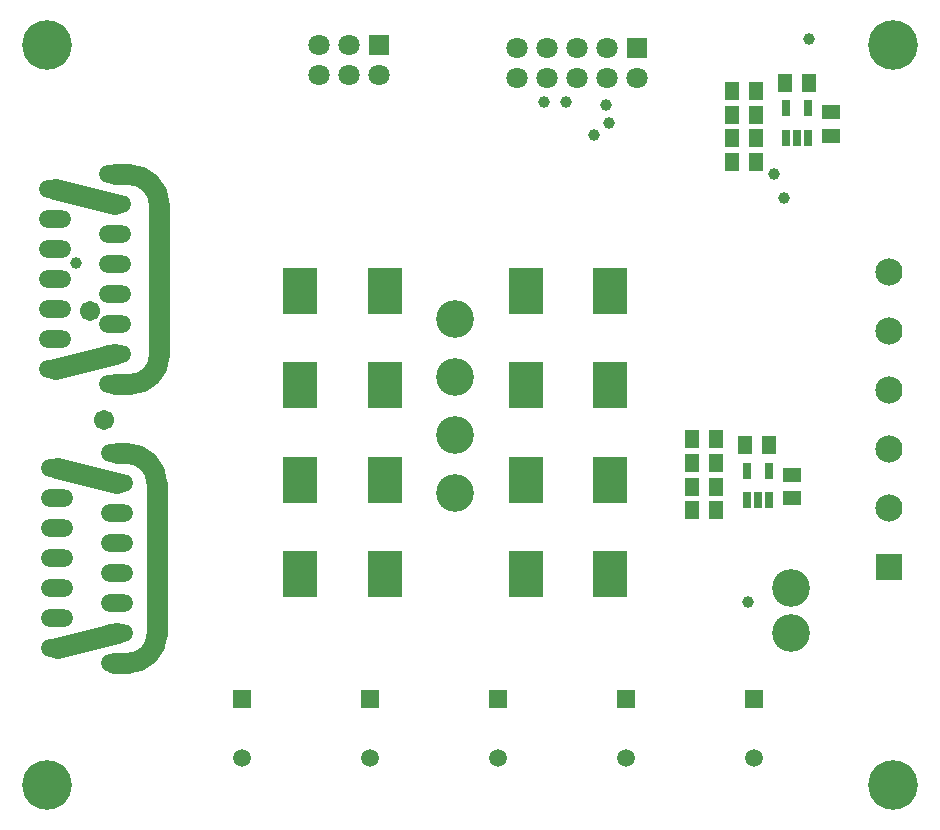
<source format=gbs>
G04*
G04 #@! TF.GenerationSoftware,Altium Limited,Altium Designer,20.0.13 (296)*
G04*
G04 Layer_Color=16711935*
%FSLAX44Y44*%
%MOMM*%
G71*
G01*
G75*
%ADD16C,1.8000*%
%ADD18R,1.6032X1.2032*%
%ADD19O,2.7432X1.4732*%
%ADD20R,1.5200X1.5200*%
%ADD21C,1.5200*%
%ADD22C,1.8082*%
%ADD23R,1.8082X1.8082*%
%ADD24R,2.3032X2.3032*%
%ADD25C,2.3032*%
%ADD26C,1.0032*%
%ADD27C,1.7032*%
%ADD28C,3.2032*%
%ADD29C,4.2032*%
%ADD47R,2.9972X4.0132*%
%ADD48R,1.2032X1.6032*%
%ADD49R,0.7932X1.4132*%
D16*
X360253Y394500D02*
G03*
X385000Y419247I0J24747D01*
G01*
Y546220D02*
G03*
X358920Y572300I-26080J0D01*
G01*
X362253Y630500D02*
G03*
X387000Y655247I0J24747D01*
G01*
Y782193D02*
G03*
X360893Y808300I-26107J0D01*
G01*
X300000Y407200D02*
X350800Y419900D01*
X300000Y559600D02*
X350800Y546900D01*
X299000Y643200D02*
X349800Y655900D01*
X299000Y795600D02*
X349800Y782900D01*
X348800Y394500D02*
X360253D01*
X385000Y419247D02*
Y546220D01*
X350800Y572300D02*
X358920D01*
X349800Y630500D02*
X362253D01*
X387000Y655247D02*
Y782193D01*
X349800Y808300D02*
X360893D01*
D18*
X956000Y861000D02*
D03*
Y841000D02*
D03*
X923000Y554000D02*
D03*
Y534000D02*
D03*
D19*
X299000Y719400D02*
D03*
X349800Y732100D02*
D03*
X299000Y744800D02*
D03*
X349800Y757500D02*
D03*
X299000Y770200D02*
D03*
X349800Y782900D02*
D03*
Y706700D02*
D03*
X299000Y694000D02*
D03*
X349800Y681300D02*
D03*
X299000Y668600D02*
D03*
X349800Y655900D02*
D03*
X299000Y795600D02*
D03*
X349800Y808300D02*
D03*
X299000Y643200D02*
D03*
X349800Y630500D02*
D03*
X300000Y483400D02*
D03*
X350800Y496100D02*
D03*
X300000Y508800D02*
D03*
X350800Y521500D02*
D03*
X300000Y534200D02*
D03*
X350800Y546900D02*
D03*
Y470700D02*
D03*
X300000Y458000D02*
D03*
X350800Y445300D02*
D03*
X300000Y432600D02*
D03*
X350800Y419900D02*
D03*
X300000Y559600D02*
D03*
X350800Y572300D02*
D03*
X300000Y407200D02*
D03*
X350800Y394500D02*
D03*
D20*
X457000Y364000D02*
D03*
X565250D02*
D03*
X673500D02*
D03*
X890000D02*
D03*
X781750D02*
D03*
D21*
X457000Y314000D02*
D03*
X565250D02*
D03*
X673500D02*
D03*
X890000D02*
D03*
X781750D02*
D03*
D22*
X522000Y892600D02*
D03*
Y918000D02*
D03*
X547400Y892600D02*
D03*
Y918000D02*
D03*
X572800Y892600D02*
D03*
X689600Y890000D02*
D03*
Y915400D02*
D03*
X715000Y890000D02*
D03*
Y915400D02*
D03*
X740400Y890000D02*
D03*
Y915400D02*
D03*
X765800Y890000D02*
D03*
Y915400D02*
D03*
X791200Y890000D02*
D03*
D23*
X572800Y918000D02*
D03*
X791200Y915400D02*
D03*
D24*
X1005000Y476000D02*
D03*
D25*
Y526000D02*
D03*
Y576000D02*
D03*
Y626000D02*
D03*
Y676000D02*
D03*
Y726000D02*
D03*
D26*
X731000Y870000D02*
D03*
X713000D02*
D03*
X316000Y733000D02*
D03*
X755000Y842000D02*
D03*
X765000Y867000D02*
D03*
X768000Y852000D02*
D03*
X937000Y923000D02*
D03*
X907000Y809000D02*
D03*
X916000Y788000D02*
D03*
X885000Y446000D02*
D03*
D27*
X328000Y693000D02*
D03*
X340000Y600000D02*
D03*
D28*
X922000Y458000D02*
D03*
Y420000D02*
D03*
X637000Y588000D02*
D03*
Y539000D02*
D03*
Y637000D02*
D03*
Y686000D02*
D03*
D29*
X292000Y291000D02*
D03*
Y918000D02*
D03*
X1008000D02*
D03*
Y291000D02*
D03*
D47*
X697315Y470000D02*
D03*
X768685D02*
D03*
X697315Y550000D02*
D03*
X768685D02*
D03*
X697315Y630000D02*
D03*
X768685D02*
D03*
X697315Y710000D02*
D03*
X768685D02*
D03*
X506315Y470000D02*
D03*
X577685D02*
D03*
X506315Y550000D02*
D03*
X577685D02*
D03*
X506315Y630000D02*
D03*
X577685D02*
D03*
X506315Y710000D02*
D03*
X577685D02*
D03*
D48*
X937000Y886000D02*
D03*
X917000D02*
D03*
X872000Y819000D02*
D03*
X892000D02*
D03*
Y839000D02*
D03*
X872000D02*
D03*
Y859000D02*
D03*
X892000D02*
D03*
X892000Y879000D02*
D03*
X872000D02*
D03*
X858000Y584000D02*
D03*
X838000D02*
D03*
Y564000D02*
D03*
X858000D02*
D03*
Y544000D02*
D03*
X838000D02*
D03*
Y524000D02*
D03*
X858000D02*
D03*
X903000Y579000D02*
D03*
X883000D02*
D03*
D49*
X936500Y839450D02*
D03*
X927000D02*
D03*
X917500D02*
D03*
Y864550D02*
D03*
X936500D02*
D03*
X903500Y532450D02*
D03*
X894000D02*
D03*
X884500D02*
D03*
Y557550D02*
D03*
X903500D02*
D03*
M02*

</source>
